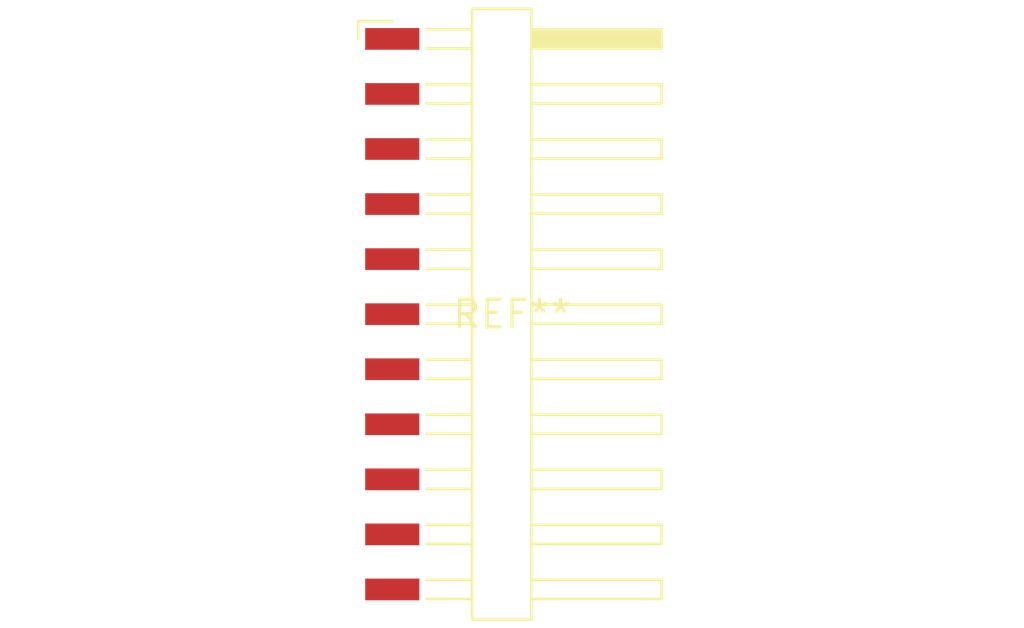
<source format=kicad_pcb>
(kicad_pcb (version 20240108) (generator pcbnew)
  (layers (0 "F.Cu" signal) (31 "B.Cu" signal) (34 "B.Paste" user) (35 "F.Paste" user) (36 "B.SilkS" user "B.Silkscreen") (37 "F.SilkS" user "F.Silkscreen") (38 "B.Mask" user) (39 "F.Mask" user) (44 "Edge.Cuts" user))
  (net 0 "")
  (footprint "Harwin_M20-89011xx_1x11_P2.54mm_Horizontal" (layer "F.Cu") (at 0 0)
    (property "Reference" "REF**")
    (property "Value" "Harwin_M20-89011xx_1x11_P2.54mm_Horizontal")
    (fp_line (start -7.095 -13.52) (end -5.525 -13.52) (layer "F.SilkS") (stroke (width 0.12)))
    (fp_line (start -7.095 -12.7) (end -7.095 -13.52) (layer "F.SilkS") (stroke (width 0.12)))
    (fp_line (start -3.955 -13.14) (end -1.845 -13.14) (layer "F.SilkS") (stroke (width 0.12)))
    (fp_line (start -3.955 -12.26) (end -1.845 -12.26) (layer "F.SilkS") (stroke (width 0.12)))
    (fp_line (start -3.955 -10.6) (end -1.845 -10.6) (layer "F.SilkS") (stroke (width 0.12)))
    (fp_line (start -3.955 -9.72) (end -1.845 -9.72) (layer "F.SilkS") (stroke (width 0.12)))
    (fp_line (start -3.955 -8.06) (end -1.845 -8.06) (layer "F.SilkS") (stroke (width 0.12)))
    (fp_line (start -3.955 -7.18) (end -1.845 -7.18) (layer "F.SilkS") (stroke (width 0.12)))
    (fp_line (start -3.955 -5.52) (end -1.845 -5.52) (layer "F.SilkS") (stroke (width 0.12)))
    (fp_line (start -3.955 -4.64) (end -1.845 -4.64) (layer "F.SilkS") (stroke (width 0.12)))
    (fp_line (start -3.955 -2.98) (end -1.845 -2.98) (layer "F.SilkS") (stroke (width 0.12)))
    (fp_line (start -3.955 -2.1) (end -1.845 -2.1) (layer "F.SilkS") (stroke (width 0.12)))
    (fp_line (start -3.955 -0.44) (end -1.845 -0.44) (layer "F.SilkS") (stroke (width 0.12)))
    (fp_line (start -3.955 0.44) (end -1.845 0.44) (layer "F.SilkS") (stroke (width 0.12)))
    (fp_line (start -3.955 2.1) (end -1.845 2.1) (layer "F.SilkS") (stroke (width 0.12)))
    (fp_line (start -3.955 2.98) (end -1.845 2.98) (layer "F.SilkS") (stroke (width 0.12)))
    (fp_line (start -3.955 4.64) (end -1.845 4.64) (layer "F.SilkS") (stroke (width 0.12)))
    (fp_line (start -3.955 5.52) (end -1.845 5.52) (layer "F.SilkS") (stroke (width 0.12)))
    (fp_line (start -3.955 7.18) (end -1.845 7.18) (layer "F.SilkS") (stroke (width 0.12)))
    (fp_line (start -3.955 8.06) (end -1.845 8.06) (layer "F.SilkS") (stroke (width 0.12)))
    (fp_line (start -3.955 9.72) (end -1.845 9.72) (layer "F.SilkS") (stroke (width 0.12)))
    (fp_line (start -3.955 10.6) (end -1.845 10.6) (layer "F.SilkS") (stroke (width 0.12)))
    (fp_line (start -3.955 12.26) (end -1.845 12.26) (layer "F.SilkS") (stroke (width 0.12)))
    (fp_line (start -3.955 13.14) (end -1.845 13.14) (layer "F.SilkS") (stroke (width 0.12)))
    (fp_line (start -1.845 -14.09) (end 0.895 -14.09) (layer "F.SilkS") (stroke (width 0.12)))
    (fp_line (start -1.845 14.09) (end -1.845 -14.09) (layer "F.SilkS") (stroke (width 0.12)))
    (fp_line (start 0.895 -14.09) (end 0.895 14.09) (layer "F.SilkS") (stroke (width 0.12)))
    (fp_line (start 0.895 -13.14) (end 6.895 -13.14) (layer "F.SilkS") (stroke (width 0.12)))
    (fp_line (start 0.895 -10.6) (end 6.895 -10.6) (layer "F.SilkS") (stroke (width 0.12)))
    (fp_line (start 0.895 -8.06) (end 6.895 -8.06) (layer "F.SilkS") (stroke (width 0.12)))
    (fp_line (start 0.895 -5.52) (end 6.895 -5.52) (layer "F.SilkS") (stroke (width 0.12)))
    (fp_line (start 0.895 -2.98) (end 6.895 -2.98) (layer "F.SilkS") (stroke (width 0.12)))
    (fp_line (start 0.895 -0.44) (end 6.895 -0.44) (layer "F.SilkS") (stroke (width 0.12)))
    (fp_line (start 0.895 2.1) (end 6.895 2.1) (layer "F.SilkS") (stroke (width 0.12)))
    (fp_line (start 0.895 4.64) (end 6.895 4.64) (layer "F.SilkS") (stroke (width 0.12)))
    (fp_line (start 0.895 7.18) (end 6.895 7.18) (layer "F.SilkS") (stroke (width 0.12)))
    (fp_line (start 0.895 9.72) (end 6.895 9.72) (layer "F.SilkS") (stroke (width 0.12)))
    (fp_line (start 0.895 12.26) (end 6.895 12.26) (layer "F.SilkS") (stroke (width 0.12)))
    (fp_line (start 0.895 14.09) (end -1.845 14.09) (layer "F.SilkS") (stroke (width 0.12)))
    (fp_line (start 6.895 -13.14) (end 6.895 -12.26) (layer "F.SilkS") (stroke (width 0.12)))
    (fp_line (start 6.895 -12.26) (end 0.895 -12.26) (layer "F.SilkS") (stroke (width 0.12)))
    (fp_line (start 6.895 -10.6) (end 6.895 -9.72) (layer "F.SilkS") (stroke (width 0.12)))
    (fp_line (start 6.895 -9.72) (end 0.895 -9.72) (layer "F.SilkS") (stroke (width 0.12)))
    (fp_line (start 6.895 -8.06) (end 6.895 -7.18) (layer "F.SilkS") (stroke (width 0.12)))
    (fp_line (start 6.895 -7.18) (end 0.895 -7.18) (layer "F.SilkS") (stroke (width 0.12)))
    (fp_line (start 6.895 -5.52) (end 6.895 -4.64) (layer "F.SilkS") (stroke (width 0.12)))
    (fp_line (start 6.895 -4.64) (end 0.895 -4.64) (layer "F.SilkS") (stroke (width 0.12)))
    (fp_line (start 6.895 -2.98) (end 6.895 -2.1) (layer "F.SilkS") (stroke (width 0.12)))
    (fp_line (start 6.895 -2.1) (end 0.895 -2.1) (layer "F.SilkS") (stroke (width 0.12)))
    (fp_line (start 6.895 -0.44) (end 6.895 0.44) (layer "F.SilkS") (stroke (width 0.12)))
    (fp_line (start 6.895 0.44) (end 0.895 0.44) (layer "F.SilkS") (stroke (width 0.12)))
    (fp_line (start 6.895 2.1) (end 6.895 2.98) (layer "F.SilkS") (stroke (width 0.12)))
    (fp_line (start 6.895 2.98) (end 0.895 2.98) (layer "F.SilkS") (stroke (width 0.12)))
    (fp_line (start 6.895 4.64) (end 6.895 5.52) (layer "F.SilkS") (stroke (width 0.12)))
    (fp_line (start 6.895 5.52) (end 0.895 5.52) (layer "F.SilkS") (stroke (width 0.12)))
    (fp_line (start 6.895 7.18) (end 6.895 8.06) (layer "F.SilkS") (stroke (width 0.12)))
    (fp_line (start 6.895 8.06) (end 0.895 8.06) (layer "F.SilkS") (stroke (width 0.12)))
    (fp_line (start 6.895 9.72) (end 6.895 10.6) (layer "F.SilkS") (stroke (width 0.12)))
    (fp_line (start 6.895 10.6) (end 0.895 10.6) (layer "F.SilkS") (stroke (width 0.12)))
    (fp_line (start 6.895 12.26) (end 6.895 13.14) (layer "F.SilkS") (stroke (width 0.12)))
    (fp_line (start 6.895 13.14) (end 0.895 13.14) (layer "F.SilkS") (stroke (width 0.12)))
    (pad "" smd rect (at 3.895 -12.7) (size 6 0.76) (layers "F.SilkS"))
    (pad "1" smd rect (at -5.525 -12.7) (size 2.5 1) (layers "F.Cu" "F.Paste" "F.Mask"))
    (pad "2" smd rect (at -5.525 -10.16) (size 2.5 1) (layers "F.Cu" "F.Paste" "F.Mask"))
    (pad "3" smd rect (at -5.525 -7.62) (size 2.5 1) (layers "F.Cu" "F.Paste" "F.Mask"))
    (pad "4" smd rect (at -5.525 -5.08) (size 2.5 1) (layers "F.Cu" "F.Paste" "F.Mask"))
    (pad "5" smd rect (at -5.525 -2.54) (size 2.5 1) (layers "F.Cu" "F.Paste" "F.Mask"))
    (pad "6" smd rect (at -5.525 0) (size 2.5 1) (layers "F.Cu" "F.Paste" "F.Mask"))
    (pad "7" smd rect (at -5.525 2.54) (size 2.5 1) (layers "F.Cu" "F.Paste" "F.Mask"))
    (pad "8" smd rect (at -5.525 5.08) (size 2.5 1) (layers "F.Cu" "F.Paste" "F.Mask"))
    (pad "9" smd rect (at -5.525 7.62) (size 2.5 1) (layers "F.Cu" "F.Paste" "F.Mask"))
    (pad "10" smd rect (at -5.525 10.16) (size 2.5 1) (layers "F.Cu" "F.Paste" "F.Mask"))
    (pad "11" smd rect (at -5.525 12.7) (size 2.5 1) (layers "F.Cu" "F.Paste" "F.Mask"))
  )
)
</source>
